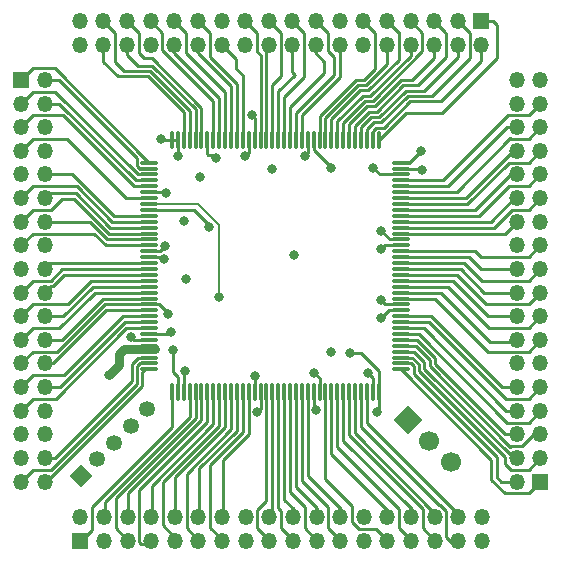
<source format=gbr>
%TF.GenerationSoftware,KiCad,Pcbnew,(5.99.0-10369-gb59bf064b4)*%
%TF.CreationDate,2021-07-27T07:29:01+02:00*%
%TF.ProjectId,stm32h7,73746d33-3268-4372-9e6b-696361645f70,rev?*%
%TF.SameCoordinates,Original*%
%TF.FileFunction,Copper,L1,Top*%
%TF.FilePolarity,Positive*%
%FSLAX46Y46*%
G04 Gerber Fmt 4.6, Leading zero omitted, Abs format (unit mm)*
G04 Created by KiCad (PCBNEW (5.99.0-10369-gb59bf064b4)) date 2021-07-27 07:29:01*
%MOMM*%
%LPD*%
G01*
G04 APERTURE LIST*
G04 Aperture macros list*
%AMRoundRect*
0 Rectangle with rounded corners*
0 $1 Rounding radius*
0 $2 $3 $4 $5 $6 $7 $8 $9 X,Y pos of 4 corners*
0 Add a 4 corners polygon primitive as box body*
4,1,4,$2,$3,$4,$5,$6,$7,$8,$9,$2,$3,0*
0 Add four circle primitives for the rounded corners*
1,1,$1+$1,$2,$3*
1,1,$1+$1,$4,$5*
1,1,$1+$1,$6,$7*
1,1,$1+$1,$8,$9*
0 Add four rect primitives between the rounded corners*
20,1,$1+$1,$2,$3,$4,$5,0*
20,1,$1+$1,$4,$5,$6,$7,0*
20,1,$1+$1,$6,$7,$8,$9,0*
20,1,$1+$1,$8,$9,$2,$3,0*%
%AMHorizOval*
0 Thick line with rounded ends*
0 $1 width*
0 $2 $3 position (X,Y) of the first rounded end (center of the circle)*
0 $4 $5 position (X,Y) of the second rounded end (center of the circle)*
0 Add line between two ends*
20,1,$1,$2,$3,$4,$5,0*
0 Add two circle primitives to create the rounded ends*
1,1,$1,$2,$3*
1,1,$1,$4,$5*%
%AMRotRect*
0 Rectangle, with rotation*
0 The origin of the aperture is its center*
0 $1 length*
0 $2 width*
0 $3 Rotation angle, in degrees counterclockwise*
0 Add horizontal line*
21,1,$1,$2,0,0,$3*%
G04 Aperture macros list end*
%TA.AperFunction,ComponentPad*%
%ADD10R,1.350000X1.350000*%
%TD*%
%TA.AperFunction,ComponentPad*%
%ADD11O,1.350000X1.350000*%
%TD*%
%TA.AperFunction,ComponentPad*%
%ADD12RotRect,1.700000X1.700000X45.000000*%
%TD*%
%TA.AperFunction,ComponentPad*%
%ADD13HorizOval,1.700000X0.000000X0.000000X0.000000X0.000000X0*%
%TD*%
%TA.AperFunction,ComponentPad*%
%ADD14RotRect,1.350000X1.350000X135.000000*%
%TD*%
%TA.AperFunction,ComponentPad*%
%ADD15HorizOval,1.350000X0.000000X0.000000X0.000000X0.000000X0*%
%TD*%
%TA.AperFunction,SMDPad,CuDef*%
%ADD16RoundRect,0.075000X-0.662500X-0.075000X0.662500X-0.075000X0.662500X0.075000X-0.662500X0.075000X0*%
%TD*%
%TA.AperFunction,SMDPad,CuDef*%
%ADD17RoundRect,0.075000X-0.075000X-0.662500X0.075000X-0.662500X0.075000X0.662500X-0.075000X0.662500X0*%
%TD*%
%TA.AperFunction,ViaPad*%
%ADD18C,0.800000*%
%TD*%
%TA.AperFunction,Conductor*%
%ADD19C,0.250000*%
%TD*%
%TA.AperFunction,Conductor*%
%ADD20C,0.750000*%
%TD*%
%TA.AperFunction,Conductor*%
%ADD21C,0.200000*%
%TD*%
G04 APERTURE END LIST*
D10*
%TO.P,J3,1,Pin_1*%
%TO.N,73*%
X57550000Y-52550000D03*
D11*
%TO.P,J3,2,Pin_2*%
%TO.N,74*%
X55550000Y-52550000D03*
%TO.P,J3,3,Pin_3*%
%TO.N,75*%
X57550000Y-50550000D03*
%TO.P,J3,4,Pin_4*%
%TO.N,76*%
X55550000Y-50550000D03*
%TO.P,J3,5,Pin_5*%
%TO.N,77*%
X57550000Y-48550000D03*
%TO.P,J3,6,Pin_6*%
%TO.N,78*%
X55550000Y-48550000D03*
%TO.P,J3,7,Pin_7*%
%TO.N,79*%
X57550000Y-46550000D03*
%TO.P,J3,8,Pin_8*%
%TO.N,80*%
X55550000Y-46550000D03*
%TO.P,J3,9,Pin_9*%
%TO.N,81*%
X57550000Y-44550000D03*
%TO.P,J3,10,Pin_10*%
%TO.N,82*%
X55550000Y-44550000D03*
%TO.P,J3,11,Pin_11*%
%TO.N,GND*%
X57550000Y-42550000D03*
%TO.P,J3,12,Pin_12*%
X55550000Y-42550000D03*
%TO.P,J3,13,Pin_13*%
%TO.N,85*%
X57550000Y-40550000D03*
%TO.P,J3,14,Pin_14*%
%TO.N,86*%
X55550000Y-40550000D03*
%TO.P,J3,15,Pin_15*%
%TO.N,87*%
X57550000Y-38550000D03*
%TO.P,J3,16,Pin_16*%
%TO.N,88*%
X55550000Y-38550000D03*
%TO.P,J3,17,Pin_17*%
%TO.N,89*%
X57550000Y-36550000D03*
%TO.P,J3,18,Pin_18*%
%TO.N,90*%
X55550000Y-36550000D03*
%TO.P,J3,19,Pin_19*%
%TO.N,91*%
X57550000Y-34550000D03*
%TO.P,J3,20,Pin_20*%
%TO.N,92*%
X55550000Y-34550000D03*
%TO.P,J3,21,Pin_21*%
%TO.N,93*%
X57550000Y-32550000D03*
%TO.P,J3,22,Pin_22*%
%TO.N,GND*%
X55550000Y-32550000D03*
%TO.P,J3,23,Pin_23*%
X57550000Y-30550000D03*
%TO.P,J3,24,Pin_24*%
%TO.N,96*%
X55550000Y-30550000D03*
%TO.P,J3,25,Pin_25*%
%TO.N,97*%
X57550000Y-28550000D03*
%TO.P,J3,26,Pin_26*%
%TO.N,98*%
X55550000Y-28550000D03*
%TO.P,J3,27,Pin_27*%
%TO.N,99*%
X57550000Y-26550000D03*
%TO.P,J3,28,Pin_28*%
%TO.N,100*%
X55550000Y-26550000D03*
%TO.P,J3,29,Pin_29*%
%TO.N,101*%
X57550000Y-24550000D03*
%TO.P,J3,30,Pin_30*%
%TO.N,102*%
X55550000Y-24550000D03*
%TO.P,J3,31,Pin_31*%
%TO.N,103*%
X57550000Y-22550000D03*
%TO.P,J3,32,Pin_32*%
%TO.N,104*%
X55550000Y-22550000D03*
%TO.P,J3,33,Pin_33*%
%TO.N,105*%
X57550000Y-20550000D03*
%TO.P,J3,34,Pin_34*%
%TO.N,GND*%
X55550000Y-20550000D03*
%TO.P,J3,35,Pin_35*%
X57550000Y-18550000D03*
%TO.P,J3,36,Pin_36*%
X55550000Y-18550000D03*
%TD*%
D10*
%TO.P,J2,1,Pin_1*%
%TO.N,37*%
X18590000Y-57550000D03*
D11*
%TO.P,J2,2,Pin_2*%
%TO.N,+3.3VA*%
X18590000Y-55550000D03*
%TO.P,J2,3,Pin_3*%
X20590000Y-57550000D03*
%TO.P,J2,4,Pin_4*%
%TO.N,40*%
X20590000Y-55550000D03*
%TO.P,J2,5,Pin_5*%
%TO.N,41*%
X22590000Y-57550000D03*
%TO.P,J2,6,Pin_6*%
%TO.N,42*%
X22590000Y-55550000D03*
%TO.P,J2,7,Pin_7*%
%TO.N,43*%
X24590000Y-57550000D03*
%TO.P,J2,8,Pin_8*%
%TO.N,44*%
X24590000Y-55550000D03*
%TO.P,J2,9,Pin_9*%
%TO.N,45*%
X26590000Y-57550000D03*
%TO.P,J2,10,Pin_10*%
%TO.N,46*%
X26590000Y-55550000D03*
%TO.P,J2,11,Pin_11*%
%TO.N,47*%
X28590000Y-57550000D03*
%TO.P,J2,12,Pin_12*%
%TO.N,48*%
X28590000Y-55550000D03*
%TO.P,J2,13,Pin_13*%
%TO.N,49*%
X30590000Y-57550000D03*
%TO.P,J2,14,Pin_14*%
%TO.N,50*%
X30590000Y-55550000D03*
%TO.P,J2,15,Pin_15*%
%TO.N,+3V3*%
X32590000Y-57550000D03*
%TO.P,J2,16,Pin_16*%
X32590000Y-55550000D03*
%TO.P,J2,17,Pin_17*%
%TO.N,53*%
X34590000Y-57550000D03*
%TO.P,J2,18,Pin_18*%
%TO.N,54*%
X34590000Y-55550000D03*
%TO.P,J2,19,Pin_19*%
%TO.N,55*%
X36590000Y-57550000D03*
%TO.P,J2,20,Pin_20*%
%TO.N,56*%
X36590000Y-55550000D03*
%TO.P,J2,21,Pin_21*%
%TO.N,57*%
X38590000Y-57550000D03*
%TO.P,J2,22,Pin_22*%
%TO.N,58*%
X38590000Y-55550000D03*
%TO.P,J2,23,Pin_23*%
%TO.N,59*%
X40590000Y-57550000D03*
%TO.P,J2,24,Pin_24*%
%TO.N,60*%
X40590000Y-55550000D03*
%TO.P,J2,25,Pin_25*%
%TO.N,GND*%
X42590000Y-57550000D03*
%TO.P,J2,26,Pin_26*%
X42590000Y-55550000D03*
%TO.P,J2,27,Pin_27*%
%TO.N,63*%
X44590000Y-57550000D03*
%TO.P,J2,28,Pin_28*%
%TO.N,64*%
X44590000Y-55550000D03*
%TO.P,J2,29,Pin_29*%
%TO.N,65*%
X46590000Y-57550000D03*
%TO.P,J2,30,Pin_30*%
%TO.N,66*%
X46590000Y-55550000D03*
%TO.P,J2,31,Pin_31*%
%TO.N,67*%
X48590000Y-57550000D03*
%TO.P,J2,32,Pin_32*%
%TO.N,68*%
X48590000Y-55550000D03*
%TO.P,J2,33,Pin_33*%
%TO.N,69*%
X50590000Y-57550000D03*
%TO.P,J2,34,Pin_34*%
%TO.N,70*%
X50590000Y-55550000D03*
%TO.P,J2,35,Pin_35*%
%TO.N,GND*%
X52590000Y-57550000D03*
%TO.P,J2,36,Pin_36*%
X52590000Y-55550000D03*
%TD*%
D12*
%TO.P,SW1,1,A*%
%TO.N,+3V3*%
X46350000Y-47300000D03*
D13*
%TO.P,SW1,2,B*%
%TO.N,Net-(R2-Pad1)*%
X48146051Y-49096051D03*
%TO.P,SW1,3,C*%
%TO.N,GND*%
X49942102Y-50892102D03*
%TD*%
D10*
%TO.P,J4,1,Pin_1*%
%TO.N,109*%
X52550000Y-13550000D03*
D11*
%TO.P,J4,2,Pin_2*%
%TO.N,110*%
X52550000Y-15550000D03*
%TO.P,J4,3,Pin_3*%
%TO.N,111*%
X50550000Y-13550000D03*
%TO.P,J4,4,Pin_4*%
%TO.N,112*%
X50550000Y-15550000D03*
%TO.P,J4,5,Pin_5*%
%TO.N,113*%
X48550000Y-13550000D03*
%TO.P,J4,6,Pin_6*%
%TO.N,114*%
X48550000Y-15550000D03*
%TO.P,J4,7,Pin_7*%
%TO.N,115*%
X46550000Y-13550000D03*
%TO.P,J4,8,Pin_8*%
%TO.N,116*%
X46550000Y-15550000D03*
%TO.P,J4,9,Pin_9*%
%TO.N,117*%
X44550000Y-13550000D03*
%TO.P,J4,10,Pin_10*%
%TO.N,118*%
X44550000Y-15550000D03*
%TO.P,J4,11,Pin_11*%
%TO.N,119*%
X42550000Y-13550000D03*
%TO.P,J4,12,Pin_12*%
%TO.N,+3V3*%
X42550000Y-15550000D03*
%TO.P,J4,13,Pin_13*%
X40550000Y-13550000D03*
%TO.P,J4,14,Pin_14*%
%TO.N,122*%
X40550000Y-15550000D03*
%TO.P,J4,15,Pin_15*%
%TO.N,123*%
X38550000Y-13550000D03*
%TO.P,J4,16,Pin_16*%
%TO.N,124*%
X38550000Y-15550000D03*
%TO.P,J4,17,Pin_17*%
%TO.N,125*%
X36550000Y-13550000D03*
%TO.P,J4,18,Pin_18*%
%TO.N,126*%
X36550000Y-15550000D03*
%TO.P,J4,19,Pin_19*%
%TO.N,127*%
X34550000Y-13550000D03*
%TO.P,J4,20,Pin_20*%
%TO.N,128*%
X34550000Y-15550000D03*
%TO.P,J4,21,Pin_21*%
%TO.N,129*%
X32550000Y-13550000D03*
%TO.P,J4,22,Pin_22*%
%TO.N,GND*%
X32550000Y-15550000D03*
%TO.P,J4,23,Pin_23*%
X30550000Y-13550000D03*
%TO.P,J4,24,Pin_24*%
%TO.N,132*%
X30550000Y-15550000D03*
%TO.P,J4,25,Pin_25*%
%TO.N,133*%
X28550000Y-13550000D03*
%TO.P,J4,26,Pin_26*%
%TO.N,134*%
X28550000Y-15550000D03*
%TO.P,J4,27,Pin_27*%
%TO.N,135*%
X26550000Y-13550000D03*
%TO.P,J4,28,Pin_28*%
%TO.N,136*%
X26550000Y-15550000D03*
%TO.P,J4,29,Pin_29*%
%TO.N,137*%
X24550000Y-13550000D03*
%TO.P,J4,30,Pin_30*%
%TO.N,GND*%
X24550000Y-15550000D03*
%TO.P,J4,31,Pin_31*%
%TO.N,139*%
X22550000Y-13550000D03*
%TO.P,J4,32,Pin_32*%
%TO.N,140*%
X22550000Y-15550000D03*
%TO.P,J4,33,Pin_33*%
%TO.N,141*%
X20550000Y-13550000D03*
%TO.P,J4,34,Pin_34*%
%TO.N,142*%
X20550000Y-15550000D03*
%TO.P,J4,35,Pin_35*%
%TO.N,+3.3VA*%
X18550000Y-13550000D03*
%TO.P,J4,36,Pin_36*%
X18550000Y-15550000D03*
%TD*%
D14*
%TO.P,J5,1,Pin_1*%
%TO.N,105*%
X18621573Y-52078428D03*
D15*
%TO.P,J5,2,Pin_2*%
%TO.N,109*%
X20035787Y-50664214D03*
%TO.P,J5,3,Pin_3*%
%TO.N,133*%
X21450000Y-49250001D03*
%TO.P,J5,4,Pin_4*%
%TO.N,110*%
X22864214Y-47835787D03*
%TO.P,J5,5,Pin_5*%
%TO.N,134*%
X24278427Y-46421574D03*
%TD*%
D10*
%TO.P,J1,1,Pin_1*%
%TO.N,1*%
X13600000Y-18550000D03*
D11*
%TO.P,J1,2,Pin_2*%
%TO.N,2*%
X15600000Y-18550000D03*
%TO.P,J1,3,Pin_3*%
%TO.N,3*%
X13600000Y-20550000D03*
%TO.P,J1,4,Pin_4*%
%TO.N,4*%
X15600000Y-20550000D03*
%TO.P,J1,5,Pin_5*%
%TO.N,5*%
X13600000Y-22550000D03*
%TO.P,J1,6,Pin_6*%
%TO.N,GND*%
X15600000Y-22550000D03*
%TO.P,J1,7,Pin_7*%
%TO.N,7*%
X13600000Y-24550000D03*
%TO.P,J1,8,Pin_8*%
%TO.N,+3V3*%
X15600000Y-24550000D03*
%TO.P,J1,9,Pin_9*%
%TO.N,GND*%
X13600000Y-26550000D03*
%TO.P,J1,10,Pin_10*%
%TO.N,10*%
X15600000Y-26550000D03*
%TO.P,J1,11,Pin_11*%
%TO.N,11*%
X13600000Y-28550000D03*
%TO.P,J1,12,Pin_12*%
%TO.N,12*%
X15600000Y-28550000D03*
%TO.P,J1,13,Pin_13*%
%TO.N,13*%
X13600000Y-30550000D03*
%TO.P,J1,14,Pin_14*%
%TO.N,14*%
X15600000Y-30550000D03*
%TO.P,J1,15,Pin_15*%
%TO.N,15*%
X13600000Y-32550000D03*
%TO.P,J1,16,Pin_16*%
%TO.N,GND*%
X15600000Y-32550000D03*
%TO.P,J1,17,Pin_17*%
X13600000Y-34550000D03*
%TO.P,J1,18,Pin_18*%
%TO.N,18*%
X15600000Y-34550000D03*
%TO.P,J1,19,Pin_19*%
%TO.N,19*%
X13600000Y-36550000D03*
%TO.P,J1,20,Pin_20*%
%TO.N,20*%
X15600000Y-36550000D03*
%TO.P,J1,21,Pin_21*%
%TO.N,21*%
X13600000Y-38550000D03*
%TO.P,J1,22,Pin_22*%
%TO.N,22*%
X15600000Y-38550000D03*
%TO.P,J1,23,Pin_23*%
%TO.N,23*%
X13600000Y-40550000D03*
%TO.P,J1,24,Pin_24*%
%TO.N,24*%
X15600000Y-40550000D03*
%TO.P,J1,25,Pin_25*%
%TO.N,25*%
X13600000Y-42550000D03*
%TO.P,J1,26,Pin_26*%
%TO.N,26*%
X15600000Y-42550000D03*
%TO.P,J1,27,Pin_27*%
%TO.N,27*%
X13600000Y-44550000D03*
%TO.P,J1,28,Pin_28*%
%TO.N,28*%
X15600000Y-44550000D03*
%TO.P,J1,29,Pin_29*%
%TO.N,29*%
X13600000Y-46550000D03*
%TO.P,J1,30,Pin_30*%
%TO.N,+3V3*%
X15600000Y-46550000D03*
%TO.P,J1,31,Pin_31*%
X13600000Y-48550000D03*
%TO.P,J1,32,Pin_32*%
%TO.N,GND*%
X15600000Y-48550000D03*
%TO.P,J1,33,Pin_33*%
X13600000Y-50550000D03*
%TO.P,J1,34,Pin_34*%
%TO.N,34*%
X15600000Y-50550000D03*
%TO.P,J1,35,Pin_35*%
%TO.N,35*%
X13600000Y-52550000D03*
%TO.P,J1,36,Pin_36*%
%TO.N,36*%
X15600000Y-52550000D03*
%TD*%
D16*
%TO.P,U1,1,PE2*%
%TO.N,1*%
X24437500Y-25550000D03*
%TO.P,U1,2,PE3*%
%TO.N,2*%
X24437500Y-26050000D03*
%TO.P,U1,3,PE4*%
%TO.N,3*%
X24437500Y-26550000D03*
%TO.P,U1,4,PE5*%
%TO.N,4*%
X24437500Y-27050000D03*
%TO.P,U1,5,PE6*%
%TO.N,5*%
X24437500Y-27550000D03*
%TO.P,U1,6,VBAT*%
%TO.N,+3V3*%
X24437500Y-28050000D03*
%TO.P,U1,7,PC13*%
%TO.N,7*%
X24437500Y-28550000D03*
%TO.P,U1,8,PC14*%
%TO.N,/HSE_IN*%
X24437500Y-29050000D03*
%TO.P,U1,9,PC15*%
%TO.N,/HSE_OUT*%
X24437500Y-29550000D03*
%TO.P,U1,10,PF0*%
%TO.N,10*%
X24437500Y-30050000D03*
%TO.P,U1,11,PF1*%
%TO.N,11*%
X24437500Y-30550000D03*
%TO.P,U1,12,PF2*%
%TO.N,12*%
X24437500Y-31050000D03*
%TO.P,U1,13,PF3*%
%TO.N,13*%
X24437500Y-31550000D03*
%TO.P,U1,14,PF4*%
%TO.N,14*%
X24437500Y-32050000D03*
%TO.P,U1,15,PF5*%
%TO.N,15*%
X24437500Y-32550000D03*
%TO.P,U1,16,VSS*%
%TO.N,GND*%
X24437500Y-33050000D03*
%TO.P,U1,17,VDD*%
%TO.N,+3V3*%
X24437500Y-33550000D03*
%TO.P,U1,18,PF6*%
%TO.N,18*%
X24437500Y-34050000D03*
%TO.P,U1,19,PF7*%
%TO.N,19*%
X24437500Y-34550000D03*
%TO.P,U1,20,PF8*%
%TO.N,20*%
X24437500Y-35050000D03*
%TO.P,U1,21,PF9*%
%TO.N,21*%
X24437500Y-35550000D03*
%TO.P,U1,22,PF10*%
%TO.N,22*%
X24437500Y-36050000D03*
%TO.P,U1,23,PH0*%
%TO.N,23*%
X24437500Y-36550000D03*
%TO.P,U1,24,PH1*%
%TO.N,24*%
X24437500Y-37050000D03*
%TO.P,U1,25,NRST*%
%TO.N,25*%
X24437500Y-37550000D03*
%TO.P,U1,26,PC0*%
%TO.N,26*%
X24437500Y-38050000D03*
%TO.P,U1,27,PC1*%
%TO.N,27*%
X24437500Y-38550000D03*
%TO.P,U1,28,PC2_C*%
%TO.N,28*%
X24437500Y-39050000D03*
%TO.P,U1,29,PC3_C*%
%TO.N,29*%
X24437500Y-39550000D03*
%TO.P,U1,30,VDD*%
%TO.N,+3V3*%
X24437500Y-40050000D03*
%TO.P,U1,31,VSSA*%
%TO.N,GND*%
X24437500Y-40550000D03*
%TO.P,U1,32,VREF+*%
%TO.N,+3.3VA*%
X24437500Y-41050000D03*
%TO.P,U1,33,VDDA*%
X24437500Y-41550000D03*
%TO.P,U1,34,PA0*%
%TO.N,34*%
X24437500Y-42050000D03*
%TO.P,U1,35,PA1*%
%TO.N,35*%
X24437500Y-42550000D03*
%TO.P,U1,36,PA2*%
%TO.N,36*%
X24437500Y-43050000D03*
D17*
%TO.P,U1,37,PA3*%
%TO.N,37*%
X26350000Y-44962500D03*
%TO.P,U1,38,VSS*%
%TO.N,GND*%
X26850000Y-44962500D03*
%TO.P,U1,39,VDD*%
%TO.N,+3V3*%
X27350000Y-44962500D03*
%TO.P,U1,40,PA4*%
%TO.N,40*%
X27850000Y-44962500D03*
%TO.P,U1,41,PA5*%
%TO.N,41*%
X28350000Y-44962500D03*
%TO.P,U1,42,PA6*%
%TO.N,42*%
X28850000Y-44962500D03*
%TO.P,U1,43,PA7*%
%TO.N,43*%
X29350000Y-44962500D03*
%TO.P,U1,44,PC4*%
%TO.N,44*%
X29850000Y-44962500D03*
%TO.P,U1,45,PC5*%
%TO.N,45*%
X30350000Y-44962500D03*
%TO.P,U1,46,PB0*%
%TO.N,46*%
X30850000Y-44962500D03*
%TO.P,U1,47,PB1*%
%TO.N,47*%
X31350000Y-44962500D03*
%TO.P,U1,48,PB2*%
%TO.N,48*%
X31850000Y-44962500D03*
%TO.P,U1,49,PF11*%
%TO.N,49*%
X32350000Y-44962500D03*
%TO.P,U1,50,PF12*%
%TO.N,50*%
X32850000Y-44962500D03*
%TO.P,U1,51,VSS*%
%TO.N,GND*%
X33350000Y-44962500D03*
%TO.P,U1,52,VDD*%
%TO.N,+3V3*%
X33850000Y-44962500D03*
%TO.P,U1,53,PF13*%
%TO.N,53*%
X34350000Y-44962500D03*
%TO.P,U1,54,PF14*%
%TO.N,54*%
X34850000Y-44962500D03*
%TO.P,U1,55,PF15*%
%TO.N,55*%
X35350000Y-44962500D03*
%TO.P,U1,56,PG0*%
%TO.N,56*%
X35850000Y-44962500D03*
%TO.P,U1,57,PG1*%
%TO.N,57*%
X36350000Y-44962500D03*
%TO.P,U1,58,PE7*%
%TO.N,58*%
X36850000Y-44962500D03*
%TO.P,U1,59,PE8*%
%TO.N,59*%
X37350000Y-44962500D03*
%TO.P,U1,60,PE9*%
%TO.N,60*%
X37850000Y-44962500D03*
%TO.P,U1,61,VSS*%
%TO.N,GND*%
X38350000Y-44962500D03*
%TO.P,U1,62,VDD*%
%TO.N,+3V3*%
X38850000Y-44962500D03*
%TO.P,U1,63,PE10*%
%TO.N,63*%
X39350000Y-44962500D03*
%TO.P,U1,64,PE11*%
%TO.N,64*%
X39850000Y-44962500D03*
%TO.P,U1,65,PE12*%
%TO.N,65*%
X40350000Y-44962500D03*
%TO.P,U1,66,PE13*%
%TO.N,66*%
X40850000Y-44962500D03*
%TO.P,U1,67,PE14*%
%TO.N,67*%
X41350000Y-44962500D03*
%TO.P,U1,68,PE15*%
%TO.N,68*%
X41850000Y-44962500D03*
%TO.P,U1,69,PB10*%
%TO.N,69*%
X42350000Y-44962500D03*
%TO.P,U1,70,PB11*%
%TO.N,70*%
X42850000Y-44962500D03*
%TO.P,U1,71,VCAP1*%
%TO.N,Net-(C8-Pad2)*%
X43350000Y-44962500D03*
%TO.P,U1,72,VDD*%
%TO.N,+3V3*%
X43850000Y-44962500D03*
D16*
%TO.P,U1,73,PB12*%
%TO.N,73*%
X45762500Y-43050000D03*
%TO.P,U1,74,PB13*%
%TO.N,74*%
X45762500Y-42550000D03*
%TO.P,U1,75,PB14*%
%TO.N,75*%
X45762500Y-42050000D03*
%TO.P,U1,76,PB15*%
%TO.N,76*%
X45762500Y-41550000D03*
%TO.P,U1,77,PD8*%
%TO.N,77*%
X45762500Y-41050000D03*
%TO.P,U1,78,PD9*%
%TO.N,78*%
X45762500Y-40550000D03*
%TO.P,U1,79,PD10*%
%TO.N,79*%
X45762500Y-40050000D03*
%TO.P,U1,80,PD11*%
%TO.N,80*%
X45762500Y-39550000D03*
%TO.P,U1,81,PD12*%
%TO.N,81*%
X45762500Y-39050000D03*
%TO.P,U1,82,PD13*%
%TO.N,82*%
X45762500Y-38550000D03*
%TO.P,U1,83,VSS*%
%TO.N,GND*%
X45762500Y-38050000D03*
%TO.P,U1,84,VDD*%
%TO.N,+3V3*%
X45762500Y-37550000D03*
%TO.P,U1,85,PD14*%
%TO.N,85*%
X45762500Y-37050000D03*
%TO.P,U1,86,PD15*%
%TO.N,86*%
X45762500Y-36550000D03*
%TO.P,U1,87,PG2*%
%TO.N,87*%
X45762500Y-36050000D03*
%TO.P,U1,88,PG3*%
%TO.N,88*%
X45762500Y-35550000D03*
%TO.P,U1,89,PG4*%
%TO.N,89*%
X45762500Y-35050000D03*
%TO.P,U1,90,PG5*%
%TO.N,90*%
X45762500Y-34550000D03*
%TO.P,U1,91,PG6*%
%TO.N,91*%
X45762500Y-34050000D03*
%TO.P,U1,92,PG7*%
%TO.N,92*%
X45762500Y-33550000D03*
%TO.P,U1,93,PG8*%
%TO.N,93*%
X45762500Y-33050000D03*
%TO.P,U1,94,VSS*%
%TO.N,GND*%
X45762500Y-32550000D03*
%TO.P,U1,95,VDD33_USB*%
%TO.N,+3V3*%
X45762500Y-32050000D03*
%TO.P,U1,96,PC6*%
%TO.N,96*%
X45762500Y-31550000D03*
%TO.P,U1,97,PC7*%
%TO.N,97*%
X45762500Y-31050000D03*
%TO.P,U1,98,PC8*%
%TO.N,98*%
X45762500Y-30550000D03*
%TO.P,U1,99,PC9*%
%TO.N,99*%
X45762500Y-30050000D03*
%TO.P,U1,100,PA8*%
%TO.N,100*%
X45762500Y-29550000D03*
%TO.P,U1,101,PA9*%
%TO.N,101*%
X45762500Y-29050000D03*
%TO.P,U1,102,PA10*%
%TO.N,102*%
X45762500Y-28550000D03*
%TO.P,U1,103,PA11*%
%TO.N,103*%
X45762500Y-28050000D03*
%TO.P,U1,104,PA12*%
%TO.N,104*%
X45762500Y-27550000D03*
%TO.P,U1,105,PA13*%
%TO.N,105*%
X45762500Y-27050000D03*
%TO.P,U1,106,VCAP2*%
%TO.N,Net-(C10-Pad2)*%
X45762500Y-26550000D03*
%TO.P,U1,107,VSS*%
%TO.N,GND*%
X45762500Y-26050000D03*
%TO.P,U1,108,VDD*%
%TO.N,+3V3*%
X45762500Y-25550000D03*
D17*
%TO.P,U1,109,PA14*%
%TO.N,109*%
X43850000Y-23637500D03*
%TO.P,U1,110,PA15*%
%TO.N,110*%
X43350000Y-23637500D03*
%TO.P,U1,111,PC10*%
%TO.N,111*%
X42850000Y-23637500D03*
%TO.P,U1,112,PC11*%
%TO.N,112*%
X42350000Y-23637500D03*
%TO.P,U1,113,PC12*%
%TO.N,113*%
X41850000Y-23637500D03*
%TO.P,U1,114,PD0*%
%TO.N,114*%
X41350000Y-23637500D03*
%TO.P,U1,115,PD1*%
%TO.N,115*%
X40850000Y-23637500D03*
%TO.P,U1,116,PD2*%
%TO.N,116*%
X40350000Y-23637500D03*
%TO.P,U1,117,PD3*%
%TO.N,117*%
X39850000Y-23637500D03*
%TO.P,U1,118,PD4*%
%TO.N,118*%
X39350000Y-23637500D03*
%TO.P,U1,119,PD5*%
%TO.N,119*%
X38850000Y-23637500D03*
%TO.P,U1,120,VSS*%
%TO.N,GND*%
X38350000Y-23637500D03*
%TO.P,U1,121,VDD*%
%TO.N,+3V3*%
X37850000Y-23637500D03*
%TO.P,U1,122,PD6*%
%TO.N,122*%
X37350000Y-23637500D03*
%TO.P,U1,123,PD7*%
%TO.N,123*%
X36850000Y-23637500D03*
%TO.P,U1,124,PG9*%
%TO.N,124*%
X36350000Y-23637500D03*
%TO.P,U1,125,PG10*%
%TO.N,125*%
X35850000Y-23637500D03*
%TO.P,U1,126,PG11*%
%TO.N,126*%
X35350000Y-23637500D03*
%TO.P,U1,127,PG12*%
%TO.N,127*%
X34850000Y-23637500D03*
%TO.P,U1,128,PG13*%
%TO.N,128*%
X34350000Y-23637500D03*
%TO.P,U1,129,PG14*%
%TO.N,129*%
X33850000Y-23637500D03*
%TO.P,U1,130,VSS*%
%TO.N,GND*%
X33350000Y-23637500D03*
%TO.P,U1,131,VDD*%
%TO.N,+3V3*%
X32850000Y-23637500D03*
%TO.P,U1,132,PG15*%
%TO.N,132*%
X32350000Y-23637500D03*
%TO.P,U1,133,PB3*%
%TO.N,133*%
X31850000Y-23637500D03*
%TO.P,U1,134,PB4*%
%TO.N,134*%
X31350000Y-23637500D03*
%TO.P,U1,135,PB5*%
%TO.N,135*%
X30850000Y-23637500D03*
%TO.P,U1,136,PB6*%
%TO.N,136*%
X30350000Y-23637500D03*
%TO.P,U1,137,PB7*%
%TO.N,137*%
X29850000Y-23637500D03*
%TO.P,U1,138,BOOT0*%
%TO.N,Net-(R2-Pad2)*%
X29350000Y-23637500D03*
%TO.P,U1,139,PB8*%
%TO.N,139*%
X28850000Y-23637500D03*
%TO.P,U1,140,PB9*%
%TO.N,140*%
X28350000Y-23637500D03*
%TO.P,U1,141,PE0*%
%TO.N,141*%
X27850000Y-23637500D03*
%TO.P,U1,142,PE1*%
%TO.N,142*%
X27350000Y-23637500D03*
%TO.P,U1,143,PDR_ON*%
%TO.N,+3V3*%
X26850000Y-23637500D03*
%TO.P,U1,144,VDD*%
X26350000Y-23637500D03*
%TD*%
D18*
%TO.N,/HSE_OUT*%
X29505378Y-30994622D03*
%TO.N,Net-(R2-Pad2)*%
X30100000Y-25150000D03*
%TO.N,+3V3*%
X37601360Y-24955425D03*
X27500000Y-35400000D03*
X25850000Y-28100000D03*
X41400000Y-41650000D03*
X43750000Y-46650000D03*
X44050000Y-31300000D03*
X25400000Y-23550000D03*
X33574500Y-46700000D03*
X44050000Y-37175000D03*
X25713352Y-33681741D03*
X47400000Y-24600000D03*
X27425000Y-43200000D03*
X38400000Y-43350000D03*
X32550000Y-25000000D03*
X26300000Y-39850000D03*
X26900000Y-24950000D03*
%TO.N,25*%
X26000000Y-38350000D03*
%TO.N,GND*%
X44050000Y-32900000D03*
X38574500Y-46500000D03*
X27400000Y-30500000D03*
X36700000Y-33350000D03*
X33350000Y-43600000D03*
X34850000Y-26050000D03*
X28700000Y-26750000D03*
X44050000Y-38725000D03*
X25774500Y-32634163D03*
X39850000Y-26000000D03*
X26400000Y-41400000D03*
X22850000Y-40274500D03*
X33100000Y-21500000D03*
X39825000Y-41550000D03*
X47500000Y-26150000D03*
%TO.N,+3.3VA*%
X21050000Y-43500000D03*
%TO.N,Net-(C8-Pad2)*%
X42950000Y-43350000D03*
%TO.N,Net-(C10-Pad2)*%
X43400000Y-26000000D03*
%TO.N,/HSE_IN*%
X30300000Y-36950000D03*
%TD*%
D19*
%TO.N,/HSE_OUT*%
X28200000Y-29550000D02*
X29450000Y-30800000D01*
X29600000Y-30950000D02*
X29550000Y-30950000D01*
X29450000Y-30800000D02*
X29600000Y-30950000D01*
X29550000Y-30950000D02*
X29505378Y-30994622D01*
X24437500Y-29550000D02*
X28200000Y-29550000D01*
%TO.N,Net-(R2-Pad2)*%
X29400000Y-24900000D02*
X29350000Y-24850000D01*
X29850000Y-24900000D02*
X29400000Y-24900000D01*
X30100000Y-25150000D02*
X29850000Y-24900000D01*
X29350000Y-24850000D02*
X29350000Y-23637500D01*
%TO.N,+3V3*%
X32650000Y-57550000D02*
X32650000Y-57500000D01*
X43850000Y-43177723D02*
X43850000Y-44962500D01*
X25487500Y-23637500D02*
X25400000Y-23550000D01*
X24437500Y-33550000D02*
X25581611Y-33550000D01*
X45762500Y-37550000D02*
X44425000Y-37550000D01*
X43750000Y-46650000D02*
X43850000Y-46550000D01*
X37601360Y-24955425D02*
X37850000Y-24706785D01*
X38400000Y-43350000D02*
X38850000Y-43800000D01*
X32850000Y-24700000D02*
X32550000Y-25000000D01*
X24437500Y-40050000D02*
X26100000Y-40050000D01*
X24437500Y-28050000D02*
X25800000Y-28050000D01*
X38850000Y-43800000D02*
X38850000Y-44962500D01*
X37850000Y-24706785D02*
X37850000Y-23637500D01*
X33850000Y-46424500D02*
X33574500Y-46700000D01*
X32850000Y-23637500D02*
X32850000Y-24700000D01*
X25581611Y-33550000D02*
X25713352Y-33681741D01*
X41400000Y-41650000D02*
X42322277Y-41650000D01*
X27350000Y-44962500D02*
X27350000Y-43275000D01*
X27350000Y-43275000D02*
X27425000Y-43200000D01*
X25800000Y-28050000D02*
X25850000Y-28100000D01*
X26850000Y-23637500D02*
X26850000Y-24900000D01*
X26850000Y-24900000D02*
X26900000Y-24950000D01*
X42322277Y-41650000D02*
X43850000Y-43177723D01*
X46450000Y-25550000D02*
X47400000Y-24600000D01*
X45762500Y-25550000D02*
X46450000Y-25550000D01*
X44425000Y-37550000D02*
X44050000Y-37175000D01*
X26350000Y-23637500D02*
X26850000Y-23637500D01*
X32650000Y-55000000D02*
X32650000Y-55550000D01*
X44050000Y-31300000D02*
X44800000Y-32050000D01*
X26100000Y-40050000D02*
X26300000Y-39850000D01*
X33850000Y-44962500D02*
X33850000Y-46424500D01*
X44800000Y-32050000D02*
X45762500Y-32050000D01*
X26350000Y-23637500D02*
X25487500Y-23637500D01*
X43850000Y-46550000D02*
X43850000Y-44962500D01*
%TO.N,1*%
X14599511Y-17550489D02*
X13600000Y-18550000D01*
X24437500Y-25550000D02*
X16437989Y-17550489D01*
X16437989Y-17550489D02*
X14599511Y-17550489D01*
%TO.N,2*%
X23627920Y-26050000D02*
X23375480Y-25797560D01*
X16750000Y-18550000D02*
X15600000Y-18550000D01*
X23375480Y-25175480D02*
X16750000Y-18550000D01*
X24437500Y-26050000D02*
X23627920Y-26050000D01*
X23375480Y-25797560D02*
X23375480Y-25175480D01*
%TO.N,3*%
X23450000Y-26550000D02*
X16450489Y-19550489D01*
X16450489Y-19550489D02*
X14599511Y-19550489D01*
X24437500Y-26550000D02*
X23450000Y-26550000D01*
X14599511Y-19550489D02*
X13600000Y-20550000D01*
%TO.N,4*%
X24437500Y-27050000D02*
X23314282Y-27050000D01*
X16814282Y-20550000D02*
X15600000Y-20550000D01*
X23314282Y-27050000D02*
X16814282Y-20550000D01*
%TO.N,5*%
X14600489Y-21549511D02*
X13600000Y-22550000D01*
X17099511Y-21549511D02*
X14600489Y-21549511D01*
X23100000Y-27550000D02*
X17099511Y-21549511D01*
X24437500Y-27550000D02*
X23100000Y-27550000D01*
%TO.N,7*%
X17500489Y-23549511D02*
X14600489Y-23549511D01*
X14600489Y-23549511D02*
X13600000Y-24550000D01*
X24437500Y-28550000D02*
X22500000Y-28550000D01*
X17500489Y-23550489D02*
X17500489Y-23549511D01*
X22500000Y-28550000D02*
X17500489Y-23550489D01*
%TO.N,24*%
X24437500Y-37050000D02*
X20514282Y-37050000D01*
X20514282Y-37050000D02*
X17014282Y-40550000D01*
X17014282Y-40550000D02*
X15600000Y-40550000D01*
%TO.N,25*%
X14600000Y-41550000D02*
X13600000Y-42550000D01*
X26000000Y-38302920D02*
X25247080Y-37550000D01*
X20650000Y-37550000D02*
X16650000Y-41550000D01*
X25247080Y-37550000D02*
X24437500Y-37550000D01*
X24437500Y-37550000D02*
X20650000Y-37550000D01*
X16650000Y-41550000D02*
X14600000Y-41550000D01*
X26000000Y-38350000D02*
X26000000Y-38302920D01*
%TO.N,10*%
X17914282Y-26550000D02*
X15600000Y-26550000D01*
X21414282Y-30050000D02*
X17914282Y-26550000D01*
X24437500Y-30050000D02*
X21414282Y-30050000D01*
%TO.N,11*%
X14600489Y-27549511D02*
X13600000Y-28550000D01*
X18278075Y-27549511D02*
X14600489Y-27549511D01*
X24437500Y-30550000D02*
X21278564Y-30550000D01*
X21278564Y-30550000D02*
X18278075Y-27549511D01*
%TO.N,12*%
X15996423Y-28153577D02*
X15600000Y-28550000D01*
X21142846Y-31050000D02*
X18246423Y-28153577D01*
X24437500Y-31050000D02*
X21142846Y-31050000D01*
X18246423Y-28153577D02*
X15996423Y-28153577D01*
%TO.N,13*%
X21007128Y-31550000D02*
X18060225Y-28603097D01*
X24437500Y-31550000D02*
X21007128Y-31550000D01*
X16079766Y-29549511D02*
X14600489Y-29549511D01*
X18060225Y-28603097D02*
X17026180Y-28603097D01*
X17026180Y-28603097D02*
X16079766Y-29549511D01*
X14600489Y-29549511D02*
X13600000Y-30550000D01*
%TO.N,14*%
X20871410Y-32050000D02*
X19371410Y-30550000D01*
X24437500Y-32050000D02*
X20871410Y-32050000D01*
X19371410Y-30550000D02*
X15600000Y-30550000D01*
%TO.N,15*%
X19735203Y-31549511D02*
X14600489Y-31549511D01*
X24437500Y-32550000D02*
X20735692Y-32550000D01*
X14600489Y-31549511D02*
X13600000Y-32550000D01*
X20735692Y-32550000D02*
X19735203Y-31549511D01*
%TO.N,GND*%
X47500000Y-26150000D02*
X47400000Y-26050000D01*
X25358663Y-33050000D02*
X24437500Y-33050000D01*
X26850000Y-43697277D02*
X26850000Y-44962500D01*
X26400000Y-41400000D02*
X26400000Y-43247277D01*
X23125500Y-40550000D02*
X24437500Y-40550000D01*
X45762500Y-38050000D02*
X44725000Y-38050000D01*
X47400000Y-26050000D02*
X45762500Y-26050000D01*
X44725000Y-38050000D02*
X44050000Y-38725000D01*
X38350000Y-46275500D02*
X38574500Y-46500000D01*
X38350000Y-44962500D02*
X38350000Y-46275500D01*
X25774500Y-32634163D02*
X25358663Y-33050000D01*
X38350000Y-23637500D02*
X38350000Y-24447080D01*
X39850000Y-25947080D02*
X39850000Y-26000000D01*
X44050000Y-32900000D02*
X44400000Y-32550000D01*
X33350000Y-23637500D02*
X33350000Y-21750000D01*
X33350000Y-21750000D02*
X33100000Y-21500000D01*
X38350000Y-24447080D02*
X39850000Y-25947080D01*
X44400000Y-32550000D02*
X45762500Y-32550000D01*
X33350000Y-44962500D02*
X33350000Y-43600000D01*
X22850000Y-40274500D02*
X23125500Y-40550000D01*
X26400000Y-43247277D02*
X26850000Y-43697277D01*
%TO.N,18*%
X16100000Y-34050000D02*
X15600000Y-34550000D01*
X24437500Y-34050000D02*
X16100000Y-34050000D01*
%TO.N,19*%
X16079766Y-35549511D02*
X14600489Y-35549511D01*
X24437500Y-34550000D02*
X17079277Y-34550000D01*
X14600489Y-35549511D02*
X13600000Y-36550000D01*
X17079277Y-34550000D02*
X16079766Y-35549511D01*
%TO.N,20*%
X17214995Y-35050000D02*
X16265964Y-35999031D01*
X24437500Y-35050000D02*
X17214995Y-35050000D01*
X16150969Y-35999031D02*
X15600000Y-36550000D01*
X16265964Y-35999031D02*
X16150969Y-35999031D01*
%TO.N,21*%
X17528564Y-37550000D02*
X14600000Y-37550000D01*
X24437500Y-35550000D02*
X19528564Y-35550000D01*
X14600000Y-37550000D02*
X13600000Y-38550000D01*
X19528564Y-35550000D02*
X17528564Y-37550000D01*
%TO.N,22*%
X24437500Y-36050000D02*
X19664282Y-36050000D01*
X17164282Y-38550000D02*
X15600000Y-38550000D01*
X19664282Y-36050000D02*
X17164282Y-38550000D01*
%TO.N,23*%
X24437500Y-36550000D02*
X19800000Y-36550000D01*
X16800000Y-39550000D02*
X14600000Y-39550000D01*
X14600000Y-39550000D02*
X13600000Y-40550000D01*
X19800000Y-36550000D02*
X19300000Y-37050000D01*
X19800000Y-36550000D02*
X16800000Y-39550000D01*
%TO.N,26*%
X24437500Y-38050000D02*
X20785718Y-38050000D01*
X16285718Y-42550000D02*
X15600000Y-42550000D01*
X20785718Y-38050000D02*
X16285718Y-42550000D01*
%TO.N,27*%
X17229053Y-43549511D02*
X14600489Y-43549511D01*
X24437500Y-38550000D02*
X22228564Y-38550000D01*
X22228564Y-38550000D02*
X17229053Y-43549511D01*
X14600489Y-43549511D02*
X13600000Y-44550000D01*
%TO.N,28*%
X24437500Y-39050000D02*
X22364282Y-39050000D01*
X22364282Y-39050000D02*
X16864282Y-44550000D01*
X16864282Y-44550000D02*
X15600000Y-44550000D01*
%TO.N,29*%
X16499511Y-45550489D02*
X14599511Y-45550489D01*
X22500000Y-39550000D02*
X16499511Y-45550489D01*
X14599511Y-45550489D02*
X13600000Y-46550000D01*
X24437500Y-39550000D02*
X22500000Y-39550000D01*
D20*
%TO.N,+3.3VA*%
X21850000Y-42700000D02*
X21850000Y-41750000D01*
X21850000Y-41750000D02*
X22300000Y-41300000D01*
X22300000Y-41300000D02*
X24900000Y-41300000D01*
X21050000Y-43500000D02*
X21850000Y-42700000D01*
D19*
%TO.N,34*%
X24437500Y-42050000D02*
X23492203Y-42050000D01*
X22925960Y-44067599D02*
X16443559Y-50550000D01*
X22925960Y-42616243D02*
X22925960Y-44067599D01*
X16443559Y-50550000D02*
X15600000Y-50550000D01*
X23492203Y-42050000D02*
X22925960Y-42616243D01*
%TO.N,35*%
X23375480Y-42802440D02*
X23375480Y-44253797D01*
X14599511Y-51550489D02*
X13600000Y-52550000D01*
X24437500Y-42550000D02*
X23627920Y-42550000D01*
X16078788Y-51550489D02*
X14599511Y-51550489D01*
X23375480Y-44253797D02*
X16078788Y-51550489D01*
X23627920Y-42550000D02*
X23375480Y-42802440D01*
%TO.N,36*%
X23825000Y-44439995D02*
X15714995Y-52550000D01*
X24437500Y-43050000D02*
X24050000Y-43050000D01*
X23825000Y-43275000D02*
X23825000Y-44439995D01*
X24050000Y-43050000D02*
X23825000Y-43275000D01*
X15714995Y-52550000D02*
X15600000Y-52550000D01*
%TO.N,37*%
X26350000Y-47928564D02*
X19590489Y-54688075D01*
X19590489Y-56609511D02*
X18650000Y-57550000D01*
X26350000Y-44962500D02*
X26350000Y-47928564D01*
X19590489Y-54688075D02*
X19590489Y-56609511D01*
%TO.N,40*%
X27850000Y-44962500D02*
X27850000Y-47064282D01*
X20650000Y-54264282D02*
X20650000Y-55550000D01*
X27850000Y-47064282D02*
X20650000Y-54264282D01*
%TO.N,41*%
X21590489Y-56490489D02*
X22650000Y-57550000D01*
X28350000Y-44962500D02*
X28350000Y-47200000D01*
X28350000Y-47200000D02*
X21590489Y-53959511D01*
X21590489Y-53959511D02*
X21590489Y-56490489D01*
%TO.N,42*%
X22650000Y-53550000D02*
X22650000Y-55550000D01*
X28850000Y-47350000D02*
X22650000Y-53550000D01*
X28850000Y-44962500D02*
X28850000Y-47350000D01*
%TO.N,43*%
X23590489Y-56029766D02*
X23600000Y-56039277D01*
X29350000Y-44962500D02*
X29350000Y-47485718D01*
X29350000Y-47485718D02*
X23590489Y-53245229D01*
X23600000Y-57650000D02*
X23750000Y-57800000D01*
X23750000Y-57800000D02*
X24400000Y-57800000D01*
X24400000Y-57800000D02*
X24650000Y-57550000D01*
X23590489Y-53245229D02*
X23590489Y-56029766D01*
X23600000Y-56039277D02*
X23600000Y-57650000D01*
%TO.N,44*%
X29850000Y-47700000D02*
X24650000Y-52900000D01*
X24650000Y-52900000D02*
X24650000Y-55550000D01*
X29850000Y-44962500D02*
X29850000Y-47700000D01*
%TO.N,45*%
X25589511Y-56239511D02*
X26650000Y-57300000D01*
X30350000Y-44962500D02*
X30350000Y-47835718D01*
X26650000Y-57300000D02*
X26650000Y-57550000D01*
X30350000Y-47835718D02*
X25589511Y-52596207D01*
X25589511Y-52596207D02*
X25589511Y-56239511D01*
%TO.N,46*%
X30850000Y-44962500D02*
X30850000Y-47971436D01*
X30850000Y-47971436D02*
X26650000Y-52171436D01*
X26650000Y-52171436D02*
X26650000Y-55550000D01*
%TO.N,47*%
X31350000Y-48107154D02*
X27590489Y-51866665D01*
X31350000Y-44962500D02*
X31350000Y-48107154D01*
X27590489Y-51866665D02*
X27590489Y-56490489D01*
X27590489Y-56490489D02*
X28650000Y-57550000D01*
%TO.N,48*%
X31850000Y-48242872D02*
X28650000Y-51442872D01*
X31850000Y-44962500D02*
X31850000Y-48242872D01*
X28650000Y-51442872D02*
X28650000Y-55550000D01*
%TO.N,49*%
X32350000Y-44962500D02*
X32350000Y-48378590D01*
X30650000Y-57500000D02*
X30650000Y-57550000D01*
X29590489Y-56440489D02*
X30650000Y-57500000D01*
X32350000Y-48378590D02*
X29590489Y-51138101D01*
X29590489Y-51138101D02*
X29590489Y-56440489D01*
%TO.N,50*%
X30650000Y-50714308D02*
X30650000Y-55550000D01*
X32850000Y-44962500D02*
X32850000Y-48514308D01*
X32850000Y-48514308D02*
X30650000Y-50714308D01*
%TO.N,53*%
X34350000Y-44962500D02*
X34350000Y-54200000D01*
X33590489Y-54959511D02*
X33590489Y-56490489D01*
X33590489Y-56490489D02*
X34650000Y-57550000D01*
X34350000Y-54200000D02*
X33590489Y-54959511D01*
%TO.N,54*%
X34850000Y-44962500D02*
X34850000Y-55350000D01*
X34850000Y-55350000D02*
X34650000Y-55550000D01*
%TO.N,55*%
X35590489Y-56029766D02*
X35600000Y-56039277D01*
X35350000Y-54800000D02*
X35590489Y-55040489D01*
X35350000Y-44962500D02*
X35350000Y-54800000D01*
X35600000Y-56039277D02*
X35600000Y-56500000D01*
X35590489Y-55040489D02*
X35590489Y-56029766D01*
X35600000Y-56500000D02*
X36650000Y-57550000D01*
%TO.N,56*%
X36650000Y-54900000D02*
X36650000Y-55550000D01*
X35850000Y-44962500D02*
X35850000Y-54100000D01*
X35850000Y-54100000D02*
X36650000Y-54900000D01*
%TO.N,57*%
X36350000Y-44962500D02*
X36350000Y-53450000D01*
X36350000Y-53450000D02*
X37589511Y-54689511D01*
X37589511Y-56489511D02*
X38650000Y-57550000D01*
X37589511Y-54689511D02*
X37589511Y-56489511D01*
%TO.N,58*%
X36875480Y-53025480D02*
X38650000Y-54800000D01*
X36862500Y-44962500D02*
X36875480Y-44975480D01*
X36875480Y-44975480D02*
X36875480Y-53025480D01*
X36850000Y-44962500D02*
X36862500Y-44962500D01*
X38650000Y-54800000D02*
X38650000Y-55550000D01*
%TO.N,59*%
X39589511Y-56489511D02*
X40650000Y-57550000D01*
X39589511Y-54739511D02*
X39589511Y-56489511D01*
X37350000Y-52500000D02*
X39589511Y-54739511D01*
X37350000Y-44962500D02*
X37350000Y-52500000D01*
%TO.N,60*%
X37850000Y-52100000D02*
X40650000Y-54900000D01*
X40650000Y-54900000D02*
X40650000Y-55550000D01*
X37850000Y-44962500D02*
X37850000Y-52100000D01*
%TO.N,63*%
X42170234Y-56549511D02*
X43649511Y-56549511D01*
X43649511Y-56549511D02*
X44650000Y-57550000D01*
X39350000Y-44962500D02*
X39350000Y-52350000D01*
X41589511Y-55968788D02*
X42170234Y-56549511D01*
X39350000Y-52350000D02*
X41589511Y-54589511D01*
X41589511Y-54589511D02*
X41589511Y-55968788D01*
%TO.N,64*%
X39850000Y-50214282D02*
X44650000Y-55014282D01*
X39850000Y-44962500D02*
X39850000Y-50214282D01*
X44650000Y-55014282D02*
X44650000Y-55550000D01*
%TO.N,65*%
X45590489Y-54840489D02*
X45590489Y-56490489D01*
X40350000Y-49600000D02*
X45590489Y-54840489D01*
X40350000Y-44962500D02*
X40350000Y-49600000D01*
X45590489Y-56490489D02*
X46650000Y-57550000D01*
%TO.N,66*%
X40850000Y-49100000D02*
X46650000Y-54900000D01*
X46650000Y-54900000D02*
X46650000Y-55550000D01*
X40850000Y-44962500D02*
X40850000Y-49100000D01*
%TO.N,67*%
X47589511Y-54839511D02*
X47589511Y-56489511D01*
X41350000Y-48600000D02*
X47589511Y-54839511D01*
X41350000Y-44962500D02*
X41350000Y-48600000D01*
X47589511Y-56489511D02*
X48650000Y-57550000D01*
%TO.N,68*%
X48650000Y-55264282D02*
X48650000Y-55550000D01*
X41850000Y-48464282D02*
X48650000Y-55264282D01*
X41850000Y-44962500D02*
X41850000Y-48464282D01*
%TO.N,69*%
X48950489Y-54550489D02*
X49069766Y-54550489D01*
X42350000Y-44962500D02*
X42350000Y-47950000D01*
X42350000Y-47950000D02*
X48950489Y-54550489D01*
X50100666Y-57749520D02*
X50650000Y-57749520D01*
X49590489Y-57239343D02*
X50100666Y-57749520D01*
X49590489Y-55071212D02*
X49590489Y-57239343D01*
X49069766Y-54550489D02*
X49590489Y-55071212D01*
%TO.N,70*%
X42850000Y-44962500D02*
X42850000Y-47564282D01*
X50650000Y-55364282D02*
X50650000Y-55550000D01*
X42850000Y-47564282D02*
X50650000Y-55364282D01*
%TO.N,Net-(C8-Pad2)*%
X42950000Y-43350000D02*
X43350000Y-43750000D01*
X43350000Y-43750000D02*
X43350000Y-44962500D01*
%TO.N,73*%
X53400480Y-52386198D02*
X54563793Y-53549511D01*
X45762500Y-43050000D02*
X53400480Y-50687980D01*
X53400480Y-50687980D02*
X53400480Y-52386198D01*
X56550489Y-53549511D02*
X57550000Y-52550000D01*
X54563793Y-53549511D02*
X56550489Y-53549511D01*
%TO.N,74*%
X53850000Y-50501782D02*
X53850000Y-52200000D01*
X45762500Y-42550000D02*
X46572080Y-42550000D01*
X53850000Y-52200000D02*
X54200000Y-52550000D01*
X46572080Y-42550000D02*
X46824520Y-42802440D01*
X46824520Y-42802440D02*
X46824520Y-43476302D01*
X46824520Y-43476302D02*
X53850000Y-50501782D01*
X54200000Y-52550000D02*
X55550000Y-52550000D01*
%TO.N,75*%
X47274040Y-42616243D02*
X47274040Y-43174040D01*
X56550489Y-51549511D02*
X57550000Y-50550000D01*
X54550489Y-50450489D02*
X54550489Y-51029766D01*
X46707797Y-42050000D02*
X47274040Y-42616243D01*
X45762500Y-42050000D02*
X46707797Y-42050000D01*
X55070234Y-51549511D02*
X56550489Y-51549511D01*
X54550489Y-51029766D02*
X55070234Y-51549511D01*
X47274040Y-43174040D02*
X54550489Y-50450489D01*
%TO.N,76*%
X55285718Y-50550000D02*
X55550000Y-50550000D01*
X46843514Y-41550000D02*
X47723560Y-42430046D01*
X47723560Y-42987842D02*
X55285718Y-50550000D01*
X47723560Y-42430046D02*
X47723560Y-42987842D01*
X45762500Y-41550000D02*
X46843514Y-41550000D01*
%TO.N,77*%
X57029277Y-48550000D02*
X57550000Y-48550000D01*
X48173080Y-42243849D02*
X48173080Y-42801644D01*
X55050489Y-49549511D02*
X56029766Y-49549511D01*
X55000000Y-49600000D02*
X55050489Y-49549511D01*
X48173080Y-42801644D02*
X48201644Y-42801644D01*
X56029766Y-49549511D02*
X57029277Y-48550000D01*
X46979231Y-41050000D02*
X48173080Y-42243849D01*
X48201644Y-42801644D02*
X55000000Y-49600000D01*
X45762500Y-41050000D02*
X46979231Y-41050000D01*
%TO.N,78*%
X48622600Y-42586882D02*
X54585718Y-48550000D01*
X47114948Y-40550000D02*
X48622600Y-42057652D01*
X54585718Y-48550000D02*
X55550000Y-48550000D01*
X48622600Y-42057652D02*
X48622600Y-42586882D01*
X45762500Y-40550000D02*
X47114948Y-40550000D01*
%TO.N,79*%
X45762500Y-40050000D02*
X47250666Y-40050000D01*
X56550000Y-47550000D02*
X57550000Y-46550000D01*
X47250666Y-40050000D02*
X54750666Y-47550000D01*
X54750666Y-47550000D02*
X56550000Y-47550000D01*
%TO.N,80*%
X47650000Y-39550000D02*
X54650000Y-46550000D01*
X45762500Y-39550000D02*
X47650000Y-39550000D01*
X54650000Y-46550000D02*
X55550000Y-46550000D01*
%TO.N,81*%
X45762500Y-39050000D02*
X48100000Y-39050000D01*
X54699511Y-45550489D02*
X56549511Y-45550489D01*
X48100000Y-39050000D02*
X54650000Y-45600000D01*
X54650000Y-45600000D02*
X54699511Y-45550489D01*
X56549511Y-45550489D02*
X57550000Y-44550000D01*
%TO.N,82*%
X54300000Y-44550000D02*
X55550000Y-44550000D01*
X48300000Y-38550000D02*
X54300000Y-44550000D01*
X45762500Y-38550000D02*
X48300000Y-38550000D01*
%TO.N,85*%
X48600000Y-37050000D02*
X53100489Y-41550489D01*
X56549511Y-41550489D02*
X57550000Y-40550000D01*
X53100489Y-41550489D02*
X56549511Y-41550489D01*
X45762500Y-37050000D02*
X48600000Y-37050000D01*
%TO.N,86*%
X55400000Y-40700000D02*
X55550000Y-40550000D01*
X45762500Y-36550000D02*
X49150000Y-36550000D01*
X49150000Y-36550000D02*
X53300000Y-40700000D01*
X53300000Y-40700000D02*
X55400000Y-40700000D01*
%TO.N,87*%
X45762500Y-36050000D02*
X49700000Y-36050000D01*
X56549511Y-39550489D02*
X57550000Y-38550000D01*
X49700000Y-36050000D02*
X53200489Y-39550489D01*
X53200489Y-39550489D02*
X56549511Y-39550489D01*
%TO.N,88*%
X50125000Y-35550000D02*
X53125000Y-38550000D01*
X45762500Y-35550000D02*
X50125000Y-35550000D01*
X53125000Y-38550000D02*
X55550000Y-38550000D01*
%TO.N,89*%
X45762500Y-35050000D02*
X50450000Y-35050000D01*
X56549511Y-37550489D02*
X57550000Y-36550000D01*
X52950489Y-37550489D02*
X56549511Y-37550489D01*
X50450000Y-35050000D02*
X52950489Y-37550489D01*
%TO.N,90*%
X45762500Y-34550000D02*
X50800000Y-34550000D01*
X52800000Y-36550000D02*
X55550000Y-36550000D01*
X50800000Y-34550000D02*
X52800000Y-36550000D01*
%TO.N,91*%
X51100000Y-34050000D02*
X52600000Y-35550000D01*
X56550000Y-35550000D02*
X57550000Y-34550000D01*
X52600000Y-35550000D02*
X56550000Y-35550000D01*
X45762500Y-34050000D02*
X51100000Y-34050000D01*
%TO.N,92*%
X51500000Y-33550000D02*
X52500000Y-34550000D01*
X45762500Y-33550000D02*
X51500000Y-33550000D01*
X52500000Y-34550000D02*
X55550000Y-34550000D01*
%TO.N,93*%
X52000000Y-33050000D02*
X52500489Y-33550489D01*
X45762500Y-33050000D02*
X52000000Y-33050000D01*
X52500489Y-33550489D02*
X56549511Y-33550489D01*
X56549511Y-33550489D02*
X57550000Y-32550000D01*
%TO.N,96*%
X54550000Y-31550000D02*
X55550000Y-30550000D01*
X45762500Y-31550000D02*
X54550000Y-31550000D01*
%TO.N,97*%
X56550000Y-29550000D02*
X57550000Y-28550000D01*
X45762500Y-31050000D02*
X53600000Y-31050000D01*
X53600000Y-31050000D02*
X55100000Y-29550000D01*
X55100000Y-29550000D02*
X56550000Y-29550000D01*
%TO.N,98*%
X55350000Y-28550000D02*
X55550000Y-28550000D01*
X45775480Y-30575480D02*
X53324520Y-30575480D01*
X45762500Y-30562500D02*
X45775480Y-30575480D01*
X53324520Y-30575480D02*
X55350000Y-28550000D01*
X45762500Y-30550000D02*
X45762500Y-30562500D01*
%TO.N,99*%
X54850489Y-27549511D02*
X56550489Y-27549511D01*
X52350000Y-30050000D02*
X54850489Y-27549511D01*
X45762500Y-30050000D02*
X52350000Y-30050000D01*
X56550489Y-27549511D02*
X57550000Y-26550000D01*
%TO.N,100*%
X55014282Y-26550000D02*
X55550000Y-26550000D01*
X45762500Y-29550000D02*
X52014282Y-29550000D01*
X52014282Y-29550000D02*
X55014282Y-26550000D01*
%TO.N,101*%
X56550000Y-25550000D02*
X57550000Y-24550000D01*
X54850000Y-25550000D02*
X56550000Y-25550000D01*
X45762500Y-29050000D02*
X51350000Y-29050000D01*
X51350000Y-29050000D02*
X54850000Y-25550000D01*
%TO.N,102*%
X45762500Y-28550000D02*
X51214282Y-28550000D01*
X51214282Y-28550000D02*
X55214282Y-24550000D01*
X55214282Y-24550000D02*
X55550000Y-24550000D01*
%TO.N,103*%
X55000000Y-23500000D02*
X55049511Y-23549511D01*
X50450000Y-28050000D02*
X55000000Y-23500000D01*
X56550489Y-23549511D02*
X57550000Y-22550000D01*
X55049511Y-23549511D02*
X56550489Y-23549511D01*
X45762500Y-28050000D02*
X50450000Y-28050000D01*
%TO.N,104*%
X54750000Y-22550000D02*
X55550000Y-22550000D01*
X49750000Y-27550000D02*
X54750000Y-22550000D01*
X45762500Y-27550000D02*
X49750000Y-27550000D01*
%TO.N,105*%
X45762500Y-27050000D02*
X49300000Y-27050000D01*
X49300000Y-27050000D02*
X54800489Y-21549511D01*
X54800489Y-21549511D02*
X56550489Y-21549511D01*
X56550489Y-21549511D02*
X57550000Y-20550000D01*
%TO.N,Net-(C10-Pad2)*%
X43950000Y-26550000D02*
X45762500Y-26550000D01*
X43400000Y-26000000D02*
X43950000Y-26550000D01*
%TO.N,109*%
X49200000Y-21350000D02*
X53900000Y-16650000D01*
X46137500Y-21350000D02*
X49200000Y-21350000D01*
X53900000Y-16650000D02*
X53900000Y-13900000D01*
X43850000Y-23637500D02*
X46137500Y-21350000D01*
X53550000Y-13550000D02*
X52550000Y-13550000D01*
X53900000Y-13900000D02*
X53550000Y-13550000D01*
%TO.N,110*%
X44276302Y-22575480D02*
X46501782Y-20350000D01*
X43350000Y-23637500D02*
X43350000Y-22827920D01*
X43602440Y-22575480D02*
X44276302Y-22575480D01*
X49100000Y-20350000D02*
X52550000Y-16900000D01*
X43350000Y-22827920D02*
X43602440Y-22575480D01*
X52550000Y-16900000D02*
X52550000Y-15550000D01*
X46501782Y-20350000D02*
X49100000Y-20350000D01*
%TO.N,111*%
X43416243Y-22125960D02*
X44090104Y-22125960D01*
X51550489Y-14550489D02*
X50550000Y-13550000D01*
X44090104Y-22125960D02*
X46315585Y-19900480D01*
X42850000Y-23637500D02*
X42850000Y-22692203D01*
X48350498Y-19900480D02*
X51550489Y-16700489D01*
X42850000Y-22692203D02*
X43416243Y-22125960D01*
X51550489Y-16700489D02*
X51550489Y-14550489D01*
X46315585Y-19900480D02*
X48350498Y-19900480D01*
%TO.N,112*%
X50550000Y-16600000D02*
X50550000Y-15550000D01*
X43903906Y-21676440D02*
X46129388Y-19450960D01*
X43230046Y-21676440D02*
X43903906Y-21676440D01*
X47699040Y-19450960D02*
X50550000Y-16600000D01*
X46129388Y-19450960D02*
X47699040Y-19450960D01*
X42350000Y-22556486D02*
X43230046Y-21676440D01*
X42350000Y-23637500D02*
X42350000Y-22556486D01*
%TO.N,113*%
X45943191Y-19001440D02*
X47148560Y-19001440D01*
X43043849Y-21226920D02*
X43717709Y-21226920D01*
X41850000Y-22420769D02*
X43043849Y-21226920D01*
X49550489Y-16599511D02*
X49550489Y-14549511D01*
X41850000Y-23637500D02*
X41850000Y-22420769D01*
X47148560Y-19001440D02*
X49550489Y-16599511D01*
X49450000Y-14450000D02*
X48550000Y-13550000D01*
X43717709Y-21226920D02*
X45943191Y-19001440D01*
%TO.N,114*%
X41350000Y-22285052D02*
X42857652Y-20777400D01*
X41350000Y-23637500D02*
X41350000Y-22285052D01*
X48550000Y-16650000D02*
X48550000Y-15550000D01*
X43531512Y-20777400D02*
X45756992Y-18551920D01*
X42857652Y-20777400D02*
X43531512Y-20777400D01*
X46648080Y-18551920D02*
X48550000Y-16650000D01*
X45756992Y-18551920D02*
X46648080Y-18551920D01*
%TO.N,115*%
X40850000Y-23637500D02*
X40850000Y-22149335D01*
X42671455Y-20327880D02*
X43345314Y-20327880D01*
X47550489Y-16122705D02*
X47550489Y-14550489D01*
X47550489Y-14550489D02*
X46550000Y-13550000D01*
X40850000Y-22149335D02*
X42671455Y-20327880D01*
X43345314Y-20327880D02*
X47550489Y-16122705D01*
%TO.N,116*%
X40350000Y-23637500D02*
X40350000Y-22013618D01*
X40350000Y-22013618D02*
X42485258Y-19878360D01*
X46550000Y-16487476D02*
X46550000Y-15550000D01*
X42485258Y-19878360D02*
X43159116Y-19878360D01*
X43159116Y-19878360D02*
X46550000Y-16487476D01*
%TO.N,117*%
X45550000Y-14500000D02*
X45500000Y-14500000D01*
X45550489Y-14500489D02*
X45550000Y-14500000D01*
X42972918Y-19428840D02*
X45550879Y-16850879D01*
X39850000Y-21877901D02*
X42299061Y-19428840D01*
X39850000Y-23637500D02*
X39850000Y-21877901D01*
X45500000Y-14500000D02*
X44550000Y-13550000D01*
X45550489Y-16850489D02*
X45550489Y-14500489D01*
X45550879Y-16850879D02*
X45550489Y-16850489D01*
X42299061Y-19428840D02*
X42972918Y-19428840D01*
%TO.N,118*%
X44550000Y-17216040D02*
X44550000Y-15550000D01*
X42786720Y-18979320D02*
X44550000Y-17216040D01*
X42112864Y-18979320D02*
X42786720Y-18979320D01*
X39350000Y-21742183D02*
X42112864Y-18979320D01*
X39350000Y-23637500D02*
X39350000Y-21742183D01*
%TO.N,119*%
X41926667Y-18529800D02*
X42600522Y-18529800D01*
X42600522Y-18529800D02*
X43549511Y-17580811D01*
X43549511Y-14549511D02*
X42550000Y-13550000D01*
X38850000Y-21606467D02*
X41926667Y-18529800D01*
X43549511Y-17580811D02*
X43549511Y-14549511D01*
X38850000Y-23637500D02*
X38850000Y-21606467D01*
%TO.N,122*%
X40550000Y-18285718D02*
X40550000Y-15550000D01*
X37350000Y-23637500D02*
X37350000Y-21485718D01*
X37350000Y-21485718D02*
X40550000Y-18285718D01*
%TO.N,123*%
X36850000Y-23637500D02*
X36850000Y-21350000D01*
X40050000Y-18150000D02*
X40050000Y-16600000D01*
X39549511Y-14549511D02*
X38550000Y-13550000D01*
X36850000Y-21350000D02*
X40050000Y-18150000D01*
X40050000Y-16600000D02*
X39549511Y-16099511D01*
X39549511Y-16099511D02*
X39549511Y-14549511D01*
%TO.N,124*%
X38550000Y-16300000D02*
X38550000Y-15550000D01*
X39250000Y-17950000D02*
X39250000Y-17000000D01*
X36350000Y-20850000D02*
X39250000Y-17950000D01*
X39250000Y-17000000D02*
X38550000Y-16300000D01*
X36350000Y-23637500D02*
X36350000Y-20850000D01*
%TO.N,125*%
X35850000Y-23637500D02*
X35850000Y-20000000D01*
X37549511Y-14549511D02*
X36550000Y-13550000D01*
X37549511Y-18300489D02*
X37549511Y-14549511D01*
X35850000Y-20000000D02*
X37549511Y-18300489D01*
%TO.N,126*%
X36750000Y-18100000D02*
X36550000Y-17900000D01*
X35350000Y-19500000D02*
X36750000Y-18100000D01*
X35350000Y-23637500D02*
X35350000Y-19500000D01*
X36550000Y-17900000D02*
X36550000Y-15550000D01*
%TO.N,127*%
X35550000Y-18250000D02*
X35550000Y-14550000D01*
X34850000Y-23637500D02*
X34850000Y-18950000D01*
X35550000Y-14550000D02*
X34550000Y-13550000D01*
X34850000Y-18950000D02*
X35550000Y-18250000D01*
%TO.N,128*%
X34350000Y-23637500D02*
X34350000Y-15750000D01*
X34350000Y-15750000D02*
X34550000Y-15550000D01*
%TO.N,129*%
X33550000Y-14550000D02*
X32550000Y-13550000D01*
X33550000Y-16150000D02*
X33550000Y-14550000D01*
X33850000Y-16450000D02*
X33550000Y-16150000D01*
X33850000Y-23637500D02*
X33850000Y-16450000D01*
%TO.N,132*%
X31800000Y-16800000D02*
X30550000Y-15550000D01*
X31800000Y-17600000D02*
X31800000Y-16800000D01*
X32350000Y-23637500D02*
X32350000Y-18150000D01*
X32350000Y-18150000D02*
X31800000Y-17600000D01*
%TO.N,133*%
X31850000Y-23637500D02*
X31850000Y-18900000D01*
X31850000Y-18900000D02*
X29549511Y-16599511D01*
X29549511Y-16599511D02*
X29549511Y-14549511D01*
X29549511Y-14549511D02*
X28550000Y-13550000D01*
%TO.N,134*%
X28550000Y-16235718D02*
X28550000Y-15550000D01*
X31350000Y-19035718D02*
X28550000Y-16235718D01*
X31350000Y-23637500D02*
X31350000Y-19035718D01*
%TO.N,135*%
X30850000Y-23637500D02*
X30850000Y-19600000D01*
X27550000Y-16300000D02*
X27550000Y-14550000D01*
X27550000Y-14550000D02*
X26550000Y-13550000D01*
X30850000Y-19600000D02*
X27550000Y-16300000D01*
%TO.N,136*%
X26550000Y-16250000D02*
X26550000Y-15550000D01*
X30350000Y-20050000D02*
X26550000Y-16250000D01*
X30350000Y-23637500D02*
X30350000Y-20050000D01*
%TO.N,137*%
X25549511Y-15999511D02*
X25549511Y-14549511D01*
X29850000Y-20300000D02*
X25549511Y-15999511D01*
X29850000Y-23637500D02*
X29850000Y-20300000D01*
X25549511Y-14549511D02*
X24550000Y-13550000D01*
%TO.N,139*%
X24621436Y-16650000D02*
X23950000Y-16650000D01*
X23550489Y-16250489D02*
X23550489Y-14550489D01*
X23950000Y-16650000D02*
X23550489Y-16250489D01*
X28850000Y-23637500D02*
X28850000Y-20878564D01*
X28850000Y-20878564D02*
X24621436Y-16650000D01*
X23550489Y-14550489D02*
X22550000Y-13550000D01*
%TO.N,140*%
X23463802Y-17349520D02*
X22550000Y-16435718D01*
X24685238Y-17349520D02*
X23463802Y-17349520D01*
X28350000Y-23637500D02*
X28350000Y-21014282D01*
X22550000Y-16435718D02*
X22550000Y-15550000D01*
X28350000Y-21014282D02*
X24685238Y-17349520D01*
%TO.N,141*%
X22300000Y-17800000D02*
X21550000Y-17050000D01*
X24500000Y-17800000D02*
X22300000Y-17800000D01*
X21550000Y-17050000D02*
X21550000Y-14550000D01*
X27850000Y-23637500D02*
X27850000Y-21150000D01*
X27850000Y-21150000D02*
X24500000Y-17800000D01*
X21550000Y-14550000D02*
X20550000Y-13550000D01*
%TO.N,142*%
X20550000Y-17050000D02*
X20550000Y-15550000D01*
X27350000Y-23637500D02*
X27350000Y-21285718D01*
X24313802Y-18249520D02*
X21749520Y-18249520D01*
X21749520Y-18249520D02*
X20550000Y-17050000D01*
X27350000Y-21285718D02*
X24313802Y-18249520D01*
D21*
%TO.N,/HSE_IN*%
X30300000Y-30800000D02*
X30300000Y-36950000D01*
X24437500Y-29050000D02*
X28550000Y-29050000D01*
X28550000Y-29050000D02*
X30300000Y-30800000D01*
%TD*%
M02*

</source>
